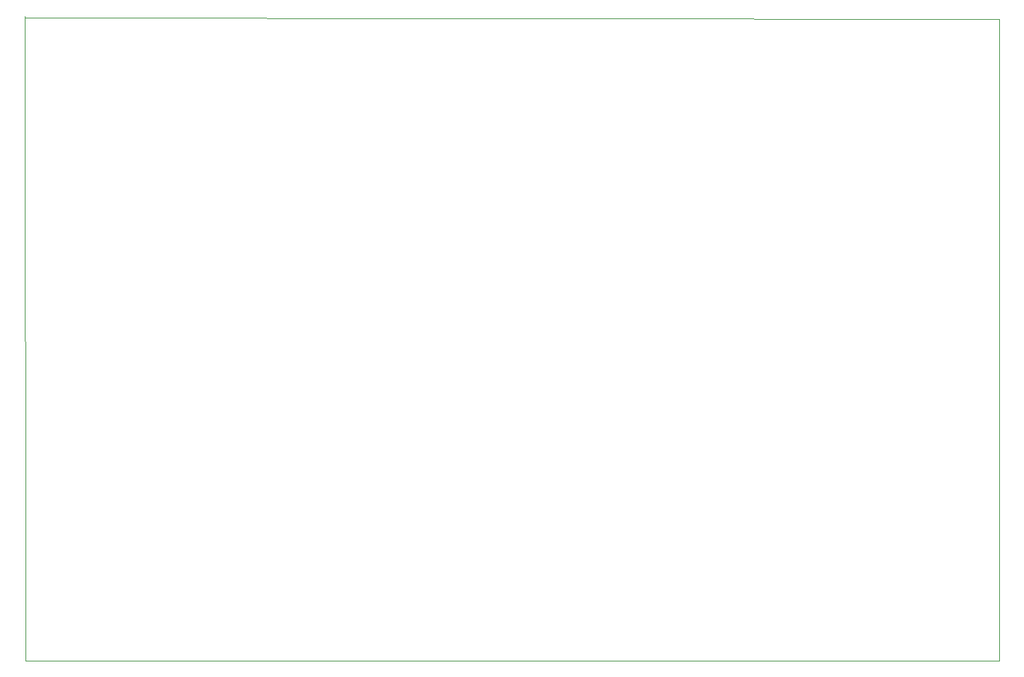
<source format=gbr>
G04 #@! TF.GenerationSoftware,KiCad,Pcbnew,(5.0.2)-1*
G04 #@! TF.CreationDate,2020-06-02T11:16:27+02:00*
G04 #@! TF.ProjectId,DR-110-HH,44522d31-3130-42d4-9848-2e6b69636164,rev?*
G04 #@! TF.SameCoordinates,Original*
G04 #@! TF.FileFunction,Profile,NP*
%FSLAX46Y46*%
G04 Gerber Fmt 4.6, Leading zero omitted, Abs format (unit mm)*
G04 Created by KiCad (PCBNEW (5.0.2)-1) date 02.06.2020 11:16:27*
%MOMM*%
%LPD*%
G01*
G04 APERTURE LIST*
%ADD10C,0.100000*%
G04 APERTURE END LIST*
D10*
X91900000Y-146600000D02*
X91800000Y-69500000D01*
X208300000Y-146600000D02*
X91900000Y-146600000D01*
X208300000Y-69800000D02*
X208300000Y-146600000D01*
X91800000Y-69700000D02*
X208300000Y-69800000D01*
M02*

</source>
